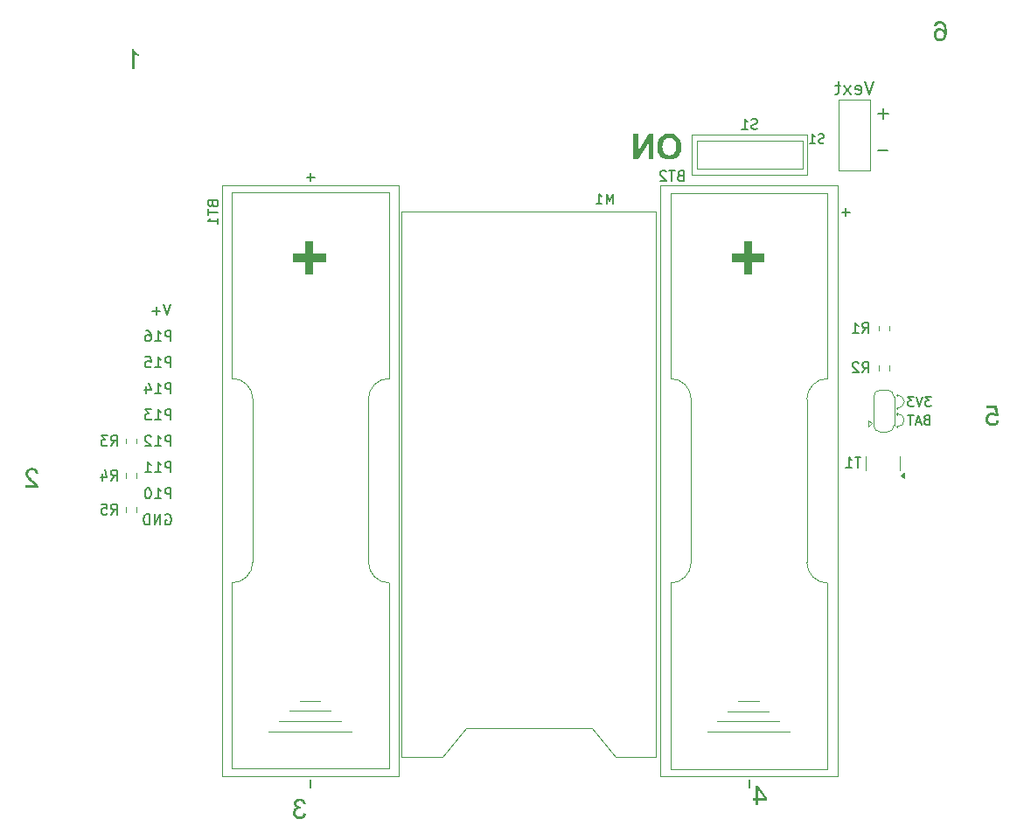
<source format=gbr>
%TF.GenerationSoftware,KiCad,Pcbnew,8.0.6*%
%TF.CreationDate,2024-10-30T16:41:28+09:00*%
%TF.ProjectId,badge24,62616467-6532-4342-9e6b-696361645f70,A*%
%TF.SameCoordinates,Original*%
%TF.FileFunction,Legend,Bot*%
%TF.FilePolarity,Positive*%
%FSLAX46Y46*%
G04 Gerber Fmt 4.6, Leading zero omitted, Abs format (unit mm)*
G04 Created by KiCad (PCBNEW 8.0.6) date 2024-10-30 16:41:28*
%MOMM*%
%LPD*%
G01*
G04 APERTURE LIST*
%ADD10C,0.100000*%
%ADD11C,0.101600*%
%ADD12C,0.152400*%
%ADD13C,0.203200*%
%ADD14C,0.177800*%
%ADD15C,0.110000*%
%ADD16C,0.150000*%
%ADD17C,0.120000*%
G04 APERTURE END LIST*
D10*
X185786250Y-97318570D02*
X185911250Y-97418570D01*
X185786250Y-99118570D02*
X185911250Y-99018570D01*
D11*
X177196250Y-74750370D02*
X177196250Y-70787970D01*
D10*
X185936250Y-96068570D02*
G75*
G02*
X185936250Y-97318630I50J-625030D01*
G01*
X185911250Y-99018570D02*
X185911250Y-99218570D01*
X185911250Y-97868570D02*
X185786250Y-97868570D01*
D11*
X165969450Y-70787970D02*
X177196250Y-70787970D01*
D10*
X185786250Y-96068570D02*
X185911250Y-95968570D01*
X185911250Y-99118570D02*
X185786250Y-99118570D01*
X185786250Y-96068570D02*
X185911250Y-96168570D01*
X185911250Y-95968570D02*
X185911250Y-96168570D01*
X185936250Y-97868570D02*
G75*
G02*
X185936250Y-99118630I50J-625030D01*
G01*
X185786250Y-97868570D02*
X185911250Y-97968570D01*
D11*
X165969450Y-74750370D02*
X165969450Y-70787970D01*
D10*
X185786250Y-97318570D02*
X185911250Y-97218570D01*
X185911250Y-96068570D02*
X185786250Y-96068570D01*
D11*
X165969450Y-74750370D02*
X177196250Y-74750370D01*
D10*
X185786250Y-97868570D02*
X185911250Y-97768570D01*
X185911250Y-97218570D02*
X185911250Y-97418570D01*
X185786250Y-99118570D02*
X185911250Y-99218570D01*
X185911250Y-97318570D02*
X185786250Y-97318570D01*
X185911250Y-97768570D02*
X185911250Y-97968570D01*
D12*
X115563882Y-93386165D02*
X115563882Y-92370165D01*
X115563882Y-92370165D02*
X115176834Y-92370165D01*
X115176834Y-92370165D02*
X115080072Y-92418546D01*
X115080072Y-92418546D02*
X115031691Y-92466927D01*
X115031691Y-92466927D02*
X114983310Y-92563689D01*
X114983310Y-92563689D02*
X114983310Y-92708832D01*
X114983310Y-92708832D02*
X115031691Y-92805594D01*
X115031691Y-92805594D02*
X115080072Y-92853975D01*
X115080072Y-92853975D02*
X115176834Y-92902356D01*
X115176834Y-92902356D02*
X115563882Y-92902356D01*
X114015691Y-93386165D02*
X114596263Y-93386165D01*
X114305977Y-93386165D02*
X114305977Y-92370165D01*
X114305977Y-92370165D02*
X114402739Y-92515308D01*
X114402739Y-92515308D02*
X114499501Y-92612070D01*
X114499501Y-92612070D02*
X114596263Y-92660451D01*
X113096453Y-92370165D02*
X113580263Y-92370165D01*
X113580263Y-92370165D02*
X113628644Y-92853975D01*
X113628644Y-92853975D02*
X113580263Y-92805594D01*
X113580263Y-92805594D02*
X113483501Y-92757213D01*
X113483501Y-92757213D02*
X113241596Y-92757213D01*
X113241596Y-92757213D02*
X113144834Y-92805594D01*
X113144834Y-92805594D02*
X113096453Y-92853975D01*
X113096453Y-92853975D02*
X113048072Y-92950737D01*
X113048072Y-92950737D02*
X113048072Y-93192642D01*
X113048072Y-93192642D02*
X113096453Y-93289404D01*
X113096453Y-93289404D02*
X113144834Y-93337785D01*
X113144834Y-93337785D02*
X113241596Y-93386165D01*
X113241596Y-93386165D02*
X113483501Y-93386165D01*
X113483501Y-93386165D02*
X113580263Y-93337785D01*
X113580263Y-93337785D02*
X113628644Y-93289404D01*
X178801415Y-71625611D02*
X178670787Y-71669153D01*
X178670787Y-71669153D02*
X178453072Y-71669153D01*
X178453072Y-71669153D02*
X178365987Y-71625611D01*
X178365987Y-71625611D02*
X178322444Y-71582068D01*
X178322444Y-71582068D02*
X178278901Y-71494982D01*
X178278901Y-71494982D02*
X178278901Y-71407896D01*
X178278901Y-71407896D02*
X178322444Y-71320811D01*
X178322444Y-71320811D02*
X178365987Y-71277268D01*
X178365987Y-71277268D02*
X178453072Y-71233725D01*
X178453072Y-71233725D02*
X178627244Y-71190182D01*
X178627244Y-71190182D02*
X178714329Y-71146639D01*
X178714329Y-71146639D02*
X178757872Y-71103096D01*
X178757872Y-71103096D02*
X178801415Y-71016011D01*
X178801415Y-71016011D02*
X178801415Y-70928925D01*
X178801415Y-70928925D02*
X178757872Y-70841839D01*
X178757872Y-70841839D02*
X178714329Y-70798296D01*
X178714329Y-70798296D02*
X178627244Y-70754753D01*
X178627244Y-70754753D02*
X178409529Y-70754753D01*
X178409529Y-70754753D02*
X178278901Y-70798296D01*
X177408044Y-71669153D02*
X177930558Y-71669153D01*
X177669301Y-71669153D02*
X177669301Y-70754753D01*
X177669301Y-70754753D02*
X177756387Y-70885382D01*
X177756387Y-70885382D02*
X177843472Y-70972468D01*
X177843472Y-70972468D02*
X177930558Y-71016011D01*
X115563882Y-101006165D02*
X115563882Y-99990165D01*
X115563882Y-99990165D02*
X115176834Y-99990165D01*
X115176834Y-99990165D02*
X115080072Y-100038546D01*
X115080072Y-100038546D02*
X115031691Y-100086927D01*
X115031691Y-100086927D02*
X114983310Y-100183689D01*
X114983310Y-100183689D02*
X114983310Y-100328832D01*
X114983310Y-100328832D02*
X115031691Y-100425594D01*
X115031691Y-100425594D02*
X115080072Y-100473975D01*
X115080072Y-100473975D02*
X115176834Y-100522356D01*
X115176834Y-100522356D02*
X115563882Y-100522356D01*
X114015691Y-101006165D02*
X114596263Y-101006165D01*
X114305977Y-101006165D02*
X114305977Y-99990165D01*
X114305977Y-99990165D02*
X114402739Y-100135308D01*
X114402739Y-100135308D02*
X114499501Y-100232070D01*
X114499501Y-100232070D02*
X114596263Y-100280451D01*
X113628644Y-100086927D02*
X113580263Y-100038546D01*
X113580263Y-100038546D02*
X113483501Y-99990165D01*
X113483501Y-99990165D02*
X113241596Y-99990165D01*
X113241596Y-99990165D02*
X113144834Y-100038546D01*
X113144834Y-100038546D02*
X113096453Y-100086927D01*
X113096453Y-100086927D02*
X113048072Y-100183689D01*
X113048072Y-100183689D02*
X113048072Y-100280451D01*
X113048072Y-100280451D02*
X113096453Y-100425594D01*
X113096453Y-100425594D02*
X113677025Y-101006165D01*
X113677025Y-101006165D02*
X113048072Y-101006165D01*
D13*
G36*
X128644950Y-136571693D02*
G01*
X128407634Y-136541677D01*
X128380156Y-136632590D01*
X128334279Y-136722647D01*
X128268808Y-136794471D01*
X128181741Y-136844575D01*
X128088867Y-136868153D01*
X128029147Y-136871856D01*
X127929337Y-136861047D01*
X127839786Y-136828620D01*
X127760495Y-136774574D01*
X127745868Y-136761171D01*
X127685026Y-136686524D01*
X127644126Y-136592457D01*
X127630605Y-136496073D01*
X127630493Y-136485865D01*
X127643128Y-136384654D01*
X127681035Y-136296411D01*
X127737426Y-136227444D01*
X127817814Y-136169233D01*
X127911947Y-136135185D01*
X128009449Y-136125201D01*
X128106291Y-136135460D01*
X128176883Y-136151465D01*
X128150150Y-135911334D01*
X128112161Y-135913679D01*
X128011559Y-135905588D01*
X127918051Y-135881314D01*
X127839200Y-135845205D01*
X127765178Y-135783076D01*
X127723540Y-135692251D01*
X127717728Y-135633214D01*
X127737205Y-135535465D01*
X127795636Y-135455029D01*
X127806370Y-135445612D01*
X127893396Y-135394636D01*
X127991889Y-135372861D01*
X128034306Y-135371041D01*
X128131610Y-135381593D01*
X128222435Y-135416842D01*
X128265056Y-135446081D01*
X128329212Y-135519437D01*
X128369060Y-135609134D01*
X128383715Y-135671204D01*
X128621031Y-135641187D01*
X128596652Y-135540128D01*
X128561680Y-135449528D01*
X128508741Y-135358790D01*
X128441966Y-135281712D01*
X128423111Y-135264577D01*
X128341270Y-135206098D01*
X128250048Y-135164327D01*
X128149447Y-135139264D01*
X128053726Y-135131041D01*
X128039465Y-135130910D01*
X127943108Y-135137368D01*
X127842723Y-135159390D01*
X127748213Y-135197040D01*
X127664066Y-135247945D01*
X127589208Y-135316625D01*
X127544665Y-135377138D01*
X127501509Y-135464592D01*
X127478271Y-135556004D01*
X127473845Y-135619144D01*
X127484914Y-135714280D01*
X127518120Y-135802294D01*
X127540913Y-135840515D01*
X127606164Y-135914948D01*
X127685496Y-135971701D01*
X127740240Y-135999507D01*
X127649768Y-136029360D01*
X127563515Y-136078715D01*
X127492285Y-136145109D01*
X127473845Y-136168349D01*
X127423638Y-136254694D01*
X127392026Y-136353679D01*
X127379474Y-136453574D01*
X127378637Y-136489148D01*
X127385134Y-136584133D01*
X127409134Y-136687863D01*
X127450820Y-136783962D01*
X127510190Y-136872431D01*
X127563425Y-136930951D01*
X127635991Y-136992475D01*
X127729362Y-137048165D01*
X127816860Y-137082109D01*
X127911251Y-137103324D01*
X128012534Y-137111810D01*
X128030085Y-137111987D01*
X128137373Y-137104783D01*
X128236403Y-137083170D01*
X128327174Y-137047150D01*
X128409686Y-136996722D01*
X128453127Y-136961436D01*
X128519695Y-136891329D01*
X128572484Y-136812738D01*
X128611492Y-136725664D01*
X128636721Y-136630106D01*
X128644950Y-136571693D01*
G37*
D12*
X115563882Y-106086165D02*
X115563882Y-105070165D01*
X115563882Y-105070165D02*
X115176834Y-105070165D01*
X115176834Y-105070165D02*
X115080072Y-105118546D01*
X115080072Y-105118546D02*
X115031691Y-105166927D01*
X115031691Y-105166927D02*
X114983310Y-105263689D01*
X114983310Y-105263689D02*
X114983310Y-105408832D01*
X114983310Y-105408832D02*
X115031691Y-105505594D01*
X115031691Y-105505594D02*
X115080072Y-105553975D01*
X115080072Y-105553975D02*
X115176834Y-105602356D01*
X115176834Y-105602356D02*
X115563882Y-105602356D01*
X114015691Y-106086165D02*
X114596263Y-106086165D01*
X114305977Y-106086165D02*
X114305977Y-105070165D01*
X114305977Y-105070165D02*
X114402739Y-105215308D01*
X114402739Y-105215308D02*
X114499501Y-105312070D01*
X114499501Y-105312070D02*
X114596263Y-105360451D01*
X113386739Y-105070165D02*
X113289977Y-105070165D01*
X113289977Y-105070165D02*
X113193215Y-105118546D01*
X113193215Y-105118546D02*
X113144834Y-105166927D01*
X113144834Y-105166927D02*
X113096453Y-105263689D01*
X113096453Y-105263689D02*
X113048072Y-105457213D01*
X113048072Y-105457213D02*
X113048072Y-105699118D01*
X113048072Y-105699118D02*
X113096453Y-105892642D01*
X113096453Y-105892642D02*
X113144834Y-105989404D01*
X113144834Y-105989404D02*
X113193215Y-106037785D01*
X113193215Y-106037785D02*
X113289977Y-106086165D01*
X113289977Y-106086165D02*
X113386739Y-106086165D01*
X113386739Y-106086165D02*
X113483501Y-106037785D01*
X113483501Y-106037785D02*
X113531882Y-105989404D01*
X113531882Y-105989404D02*
X113580263Y-105892642D01*
X113580263Y-105892642D02*
X113628644Y-105699118D01*
X113628644Y-105699118D02*
X113628644Y-105457213D01*
X113628644Y-105457213D02*
X113580263Y-105263689D01*
X113580263Y-105263689D02*
X113531882Y-105166927D01*
X113531882Y-105166927D02*
X113483501Y-105118546D01*
X113483501Y-105118546D02*
X113386739Y-105070165D01*
X115563882Y-90846165D02*
X115563882Y-89830165D01*
X115563882Y-89830165D02*
X115176834Y-89830165D01*
X115176834Y-89830165D02*
X115080072Y-89878546D01*
X115080072Y-89878546D02*
X115031691Y-89926927D01*
X115031691Y-89926927D02*
X114983310Y-90023689D01*
X114983310Y-90023689D02*
X114983310Y-90168832D01*
X114983310Y-90168832D02*
X115031691Y-90265594D01*
X115031691Y-90265594D02*
X115080072Y-90313975D01*
X115080072Y-90313975D02*
X115176834Y-90362356D01*
X115176834Y-90362356D02*
X115563882Y-90362356D01*
X114015691Y-90846165D02*
X114596263Y-90846165D01*
X114305977Y-90846165D02*
X114305977Y-89830165D01*
X114305977Y-89830165D02*
X114402739Y-89975308D01*
X114402739Y-89975308D02*
X114499501Y-90072070D01*
X114499501Y-90072070D02*
X114596263Y-90120451D01*
X113144834Y-89830165D02*
X113338358Y-89830165D01*
X113338358Y-89830165D02*
X113435120Y-89878546D01*
X113435120Y-89878546D02*
X113483501Y-89926927D01*
X113483501Y-89926927D02*
X113580263Y-90072070D01*
X113580263Y-90072070D02*
X113628644Y-90265594D01*
X113628644Y-90265594D02*
X113628644Y-90652642D01*
X113628644Y-90652642D02*
X113580263Y-90749404D01*
X113580263Y-90749404D02*
X113531882Y-90797785D01*
X113531882Y-90797785D02*
X113435120Y-90846165D01*
X113435120Y-90846165D02*
X113241596Y-90846165D01*
X113241596Y-90846165D02*
X113144834Y-90797785D01*
X113144834Y-90797785D02*
X113096453Y-90749404D01*
X113096453Y-90749404D02*
X113048072Y-90652642D01*
X113048072Y-90652642D02*
X113048072Y-90410737D01*
X113048072Y-90410737D02*
X113096453Y-90313975D01*
X113096453Y-90313975D02*
X113144834Y-90265594D01*
X113144834Y-90265594D02*
X113241596Y-90217213D01*
X113241596Y-90217213D02*
X113435120Y-90217213D01*
X113435120Y-90217213D02*
X113531882Y-90265594D01*
X113531882Y-90265594D02*
X113580263Y-90313975D01*
X113580263Y-90313975D02*
X113628644Y-90410737D01*
D14*
X183598324Y-65658900D02*
X183174991Y-66928900D01*
X183174991Y-66928900D02*
X182751657Y-65658900D01*
X181844515Y-66868424D02*
X181965467Y-66928900D01*
X181965467Y-66928900D02*
X182207372Y-66928900D01*
X182207372Y-66928900D02*
X182328325Y-66868424D01*
X182328325Y-66868424D02*
X182388801Y-66747471D01*
X182388801Y-66747471D02*
X182388801Y-66263662D01*
X182388801Y-66263662D02*
X182328325Y-66142709D01*
X182328325Y-66142709D02*
X182207372Y-66082233D01*
X182207372Y-66082233D02*
X181965467Y-66082233D01*
X181965467Y-66082233D02*
X181844515Y-66142709D01*
X181844515Y-66142709D02*
X181784039Y-66263662D01*
X181784039Y-66263662D02*
X181784039Y-66384614D01*
X181784039Y-66384614D02*
X182388801Y-66505566D01*
X181360706Y-66928900D02*
X180695468Y-66082233D01*
X181360706Y-66082233D02*
X180695468Y-66928900D01*
X180393087Y-66082233D02*
X179909278Y-66082233D01*
X180211659Y-65658900D02*
X180211659Y-66747471D01*
X180211659Y-66747471D02*
X180151182Y-66868424D01*
X180151182Y-66868424D02*
X180030230Y-66928900D01*
X180030230Y-66928900D02*
X179909278Y-66928900D01*
D12*
X115563882Y-98466165D02*
X115563882Y-97450165D01*
X115563882Y-97450165D02*
X115176834Y-97450165D01*
X115176834Y-97450165D02*
X115080072Y-97498546D01*
X115080072Y-97498546D02*
X115031691Y-97546927D01*
X115031691Y-97546927D02*
X114983310Y-97643689D01*
X114983310Y-97643689D02*
X114983310Y-97788832D01*
X114983310Y-97788832D02*
X115031691Y-97885594D01*
X115031691Y-97885594D02*
X115080072Y-97933975D01*
X115080072Y-97933975D02*
X115176834Y-97982356D01*
X115176834Y-97982356D02*
X115563882Y-97982356D01*
X114015691Y-98466165D02*
X114596263Y-98466165D01*
X114305977Y-98466165D02*
X114305977Y-97450165D01*
X114305977Y-97450165D02*
X114402739Y-97595308D01*
X114402739Y-97595308D02*
X114499501Y-97692070D01*
X114499501Y-97692070D02*
X114596263Y-97740451D01*
X113677025Y-97450165D02*
X113048072Y-97450165D01*
X113048072Y-97450165D02*
X113386739Y-97837213D01*
X113386739Y-97837213D02*
X113241596Y-97837213D01*
X113241596Y-97837213D02*
X113144834Y-97885594D01*
X113144834Y-97885594D02*
X113096453Y-97933975D01*
X113096453Y-97933975D02*
X113048072Y-98030737D01*
X113048072Y-98030737D02*
X113048072Y-98272642D01*
X113048072Y-98272642D02*
X113096453Y-98369404D01*
X113096453Y-98369404D02*
X113144834Y-98417785D01*
X113144834Y-98417785D02*
X113241596Y-98466165D01*
X113241596Y-98466165D02*
X113531882Y-98466165D01*
X113531882Y-98466165D02*
X113628644Y-98417785D01*
X113628644Y-98417785D02*
X113677025Y-98369404D01*
D13*
G36*
X163852284Y-70724999D02*
G01*
X163976139Y-70732229D01*
X164093430Y-70748660D01*
X164219438Y-70778706D01*
X164336872Y-70820770D01*
X164347436Y-70825314D01*
X164460234Y-70885130D01*
X164557367Y-70955137D01*
X164649347Y-71040029D01*
X164666921Y-71058574D01*
X164747783Y-71155833D01*
X164816966Y-71260650D01*
X164874469Y-71373023D01*
X164917415Y-71489007D01*
X164949812Y-71616381D01*
X164969186Y-71734624D01*
X164980811Y-71861235D01*
X164984685Y-71996213D01*
X164984375Y-72032244D01*
X164976914Y-72171503D01*
X164959505Y-72302976D01*
X164932147Y-72426662D01*
X164894842Y-72542562D01*
X164834221Y-72676488D01*
X164758057Y-72798248D01*
X164666348Y-72907841D01*
X164561472Y-73003097D01*
X164445804Y-73082207D01*
X164319344Y-73145172D01*
X164182092Y-73191992D01*
X164064520Y-73217824D01*
X163940041Y-73233324D01*
X163808656Y-73238490D01*
X163678919Y-73233296D01*
X163555869Y-73217714D01*
X163439507Y-73191745D01*
X163303457Y-73144676D01*
X163177856Y-73081376D01*
X163062703Y-73001845D01*
X162957998Y-72906083D01*
X162919449Y-72863531D01*
X162833959Y-72748395D01*
X162764011Y-72620750D01*
X162719245Y-72509627D01*
X162684427Y-72390498D01*
X162659557Y-72263363D01*
X162644635Y-72128222D01*
X162639661Y-71985074D01*
X162639862Y-71973349D01*
X163144428Y-71973349D01*
X163144610Y-71999779D01*
X163151002Y-72125696D01*
X163170727Y-72263079D01*
X163203600Y-72385499D01*
X163258573Y-72509410D01*
X163331443Y-72612955D01*
X163355230Y-72638725D01*
X163444940Y-72715827D01*
X163559764Y-72779005D01*
X163687705Y-72815582D01*
X163810414Y-72825766D01*
X163846510Y-72824927D01*
X163966570Y-72808793D01*
X164091828Y-72765208D01*
X164204334Y-72694803D01*
X164292317Y-72611196D01*
X164315247Y-72583516D01*
X164383854Y-72474264D01*
X164428235Y-72365303D01*
X164459302Y-72242203D01*
X164477055Y-72104964D01*
X164481678Y-71979798D01*
X164481497Y-71953588D01*
X164475185Y-71828771D01*
X164455708Y-71692707D01*
X164423247Y-71571606D01*
X164368964Y-71449233D01*
X164297007Y-71347228D01*
X164273465Y-71321813D01*
X164170138Y-71236549D01*
X164052154Y-71177520D01*
X163936895Y-71147391D01*
X163810414Y-71137348D01*
X163773212Y-71138159D01*
X163650327Y-71153764D01*
X163523833Y-71195920D01*
X163412215Y-71264017D01*
X163326753Y-71344883D01*
X163315536Y-71358026D01*
X163246986Y-71461767D01*
X163195885Y-71586043D01*
X163165972Y-71708910D01*
X163148879Y-71846863D01*
X163144428Y-71973349D01*
X162639862Y-71973349D01*
X162640914Y-71911859D01*
X162650935Y-71771542D01*
X162670978Y-71639378D01*
X162701042Y-71515366D01*
X162741127Y-71399508D01*
X162791233Y-71291801D01*
X162867959Y-71168633D01*
X162960343Y-71058203D01*
X163065780Y-70962104D01*
X163181666Y-70882292D01*
X163308000Y-70818769D01*
X163444783Y-70771533D01*
X163561732Y-70745472D01*
X163685368Y-70729836D01*
X163815691Y-70724624D01*
X163852284Y-70724999D01*
G37*
G36*
X162267975Y-73200970D02*
G01*
X162267975Y-70762144D01*
X161793107Y-70762144D01*
X160804093Y-72410110D01*
X160804093Y-70762144D01*
X160350917Y-70762144D01*
X160350917Y-73200970D01*
X160840441Y-73200970D01*
X161814799Y-71577626D01*
X161814799Y-73200970D01*
X162267975Y-73200970D01*
G37*
G36*
X101476135Y-104812440D02*
G01*
X101476135Y-105052571D01*
X102754643Y-105052571D01*
X102747041Y-104956509D01*
X102726971Y-104884667D01*
X102686510Y-104793859D01*
X102637704Y-104712077D01*
X102577448Y-104631027D01*
X102570793Y-104622962D01*
X102502584Y-104547742D01*
X102429309Y-104476394D01*
X102355432Y-104410503D01*
X102272442Y-104341380D01*
X102259842Y-104331241D01*
X102184245Y-104269633D01*
X102098734Y-104197425D01*
X102023208Y-104130553D01*
X101945756Y-104057349D01*
X101873568Y-103981657D01*
X101833986Y-103933994D01*
X101780254Y-103854037D01*
X101741177Y-103768242D01*
X101722940Y-103669520D01*
X101722832Y-103661502D01*
X101737012Y-103566485D01*
X101784377Y-103476946D01*
X101823668Y-103434504D01*
X101908001Y-103377915D01*
X102000602Y-103348986D01*
X102087249Y-103341641D01*
X102187599Y-103350206D01*
X102282644Y-103379412D01*
X102361617Y-103429345D01*
X102424405Y-103504554D01*
X102458701Y-103598626D01*
X102465736Y-103671820D01*
X102709618Y-103641804D01*
X102695416Y-103547363D01*
X102666510Y-103448311D01*
X102624318Y-103361244D01*
X102559830Y-103276412D01*
X102521078Y-103239867D01*
X102444103Y-103185956D01*
X102356401Y-103145287D01*
X102257971Y-103117859D01*
X102165064Y-103104888D01*
X102081621Y-103101510D01*
X101981398Y-103107017D01*
X101874767Y-103127363D01*
X101779222Y-103162701D01*
X101694764Y-103213030D01*
X101641225Y-103258158D01*
X101577995Y-103330077D01*
X101524748Y-103421064D01*
X101491786Y-103521431D01*
X101479583Y-103616947D01*
X101478949Y-103645556D01*
X101486767Y-103740584D01*
X101510221Y-103834374D01*
X101526319Y-103877244D01*
X101570684Y-103964083D01*
X101626879Y-104046699D01*
X101683904Y-104116437D01*
X101757402Y-104193780D01*
X101830469Y-104263118D01*
X101904172Y-104328945D01*
X101988098Y-104400676D01*
X102049728Y-104451775D01*
X102124553Y-104513085D01*
X102198261Y-104574651D01*
X102271527Y-104638045D01*
X102324565Y-104687685D01*
X102388970Y-104761532D01*
X102424463Y-104812440D01*
X101476135Y-104812440D01*
G37*
G36*
X195724157Y-98506852D02*
G01*
X195474647Y-98476836D01*
X195450207Y-98571754D01*
X195406819Y-98657755D01*
X195346139Y-98724470D01*
X195264642Y-98774771D01*
X195171406Y-98801856D01*
X195102726Y-98807015D01*
X195000617Y-98795382D01*
X194908858Y-98760481D01*
X194827451Y-98702314D01*
X194812412Y-98687888D01*
X194749838Y-98605537D01*
X194713337Y-98518421D01*
X194695608Y-98418987D01*
X194693754Y-98370841D01*
X194702806Y-98271584D01*
X194734097Y-98176006D01*
X194787740Y-98095909D01*
X194808191Y-98074899D01*
X194886337Y-98017766D01*
X194978315Y-97981794D01*
X195072922Y-97967511D01*
X195106947Y-97966559D01*
X195203181Y-97974548D01*
X195296725Y-98000840D01*
X195314247Y-98008300D01*
X195396440Y-98056256D01*
X195459170Y-98116640D01*
X195681947Y-98086624D01*
X195494814Y-97096085D01*
X194532885Y-97096085D01*
X194532885Y-97336216D01*
X195304867Y-97336216D01*
X195408986Y-97865254D01*
X195332030Y-97811160D01*
X195242047Y-97765608D01*
X195149895Y-97737409D01*
X195055574Y-97726564D01*
X195043631Y-97726428D01*
X194936622Y-97734866D01*
X194837198Y-97760182D01*
X194745359Y-97802374D01*
X194661106Y-97861443D01*
X194616368Y-97902774D01*
X194548386Y-97984568D01*
X194497101Y-98076057D01*
X194462514Y-98177241D01*
X194446157Y-98271687D01*
X194441898Y-98355833D01*
X194447273Y-98452153D01*
X194467132Y-98558149D01*
X194501623Y-98657278D01*
X194550746Y-98749540D01*
X194594794Y-98811236D01*
X194669382Y-98891409D01*
X194753500Y-98954994D01*
X194847149Y-99001991D01*
X194950329Y-99032401D01*
X195043591Y-99045072D01*
X195102726Y-99047146D01*
X195198331Y-99041952D01*
X195301244Y-99022764D01*
X195394865Y-98989436D01*
X195479194Y-98941970D01*
X195533741Y-98899409D01*
X195599761Y-98829969D01*
X195652136Y-98751326D01*
X195690865Y-98663483D01*
X195715950Y-98566438D01*
X195724157Y-98506852D01*
G37*
D12*
X189155358Y-96219263D02*
X188589301Y-96219263D01*
X188589301Y-96219263D02*
X188894101Y-96567606D01*
X188894101Y-96567606D02*
X188763472Y-96567606D01*
X188763472Y-96567606D02*
X188676387Y-96611149D01*
X188676387Y-96611149D02*
X188632844Y-96654692D01*
X188632844Y-96654692D02*
X188589301Y-96741778D01*
X188589301Y-96741778D02*
X188589301Y-96959492D01*
X188589301Y-96959492D02*
X188632844Y-97046578D01*
X188632844Y-97046578D02*
X188676387Y-97090121D01*
X188676387Y-97090121D02*
X188763472Y-97133663D01*
X188763472Y-97133663D02*
X189024729Y-97133663D01*
X189024729Y-97133663D02*
X189111815Y-97090121D01*
X189111815Y-97090121D02*
X189155358Y-97046578D01*
X188328044Y-96219263D02*
X188023244Y-97133663D01*
X188023244Y-97133663D02*
X187718444Y-96219263D01*
X187500730Y-96219263D02*
X186934673Y-96219263D01*
X186934673Y-96219263D02*
X187239473Y-96567606D01*
X187239473Y-96567606D02*
X187108844Y-96567606D01*
X187108844Y-96567606D02*
X187021759Y-96611149D01*
X187021759Y-96611149D02*
X186978216Y-96654692D01*
X186978216Y-96654692D02*
X186934673Y-96741778D01*
X186934673Y-96741778D02*
X186934673Y-96959492D01*
X186934673Y-96959492D02*
X186978216Y-97046578D01*
X186978216Y-97046578D02*
X187021759Y-97090121D01*
X187021759Y-97090121D02*
X187108844Y-97133663D01*
X187108844Y-97133663D02*
X187370101Y-97133663D01*
X187370101Y-97133663D02*
X187457187Y-97090121D01*
X187457187Y-97090121D02*
X187500730Y-97046578D01*
D15*
G36*
X172996638Y-83153079D02*
G01*
X171805991Y-83153079D01*
X171805991Y-84334971D01*
X171035572Y-84334971D01*
X171035572Y-83153079D01*
X169844925Y-83153079D01*
X169844925Y-82365151D01*
X171035572Y-82365151D01*
X171035572Y-81179975D01*
X171805991Y-81179975D01*
X171805991Y-82365151D01*
X172996638Y-82365151D01*
X172996638Y-83153079D01*
G37*
D13*
X184989785Y-72351144D02*
X184022166Y-72351144D01*
X185015185Y-68795144D02*
X184047566Y-68795144D01*
X184531375Y-69278954D02*
X184531375Y-68311335D01*
G36*
X190027552Y-59795379D02*
G01*
X190134886Y-59808404D01*
X190233416Y-59837061D01*
X190323140Y-59881349D01*
X190404060Y-59941268D01*
X190476175Y-60016818D01*
X190535896Y-60104184D01*
X190585494Y-60206527D01*
X190617884Y-60299185D01*
X190643797Y-60401428D01*
X190663231Y-60513257D01*
X190676188Y-60634670D01*
X190681653Y-60732021D01*
X190683475Y-60834763D01*
X190680551Y-60956023D01*
X190671780Y-61068415D01*
X190657160Y-61171941D01*
X190636692Y-61266599D01*
X190602884Y-61372453D01*
X190559938Y-61464452D01*
X190496342Y-61556562D01*
X190472467Y-61583084D01*
X190395741Y-61652385D01*
X190311364Y-61706286D01*
X190219336Y-61744786D01*
X190119658Y-61767887D01*
X190012329Y-61775587D01*
X189990724Y-61775263D01*
X189887039Y-61763913D01*
X189790591Y-61736350D01*
X189701379Y-61692573D01*
X189676133Y-61676277D01*
X189599480Y-61612668D01*
X189534369Y-61534769D01*
X189485637Y-61452442D01*
X189462938Y-61402725D01*
X189431775Y-61310118D01*
X189413077Y-61213504D01*
X189407367Y-61121325D01*
X189649320Y-61121325D01*
X189650272Y-61156503D01*
X189664555Y-61253628D01*
X189700527Y-61346751D01*
X189757660Y-61424302D01*
X189829247Y-61482919D01*
X189917621Y-61522322D01*
X190016081Y-61535456D01*
X190028886Y-61535246D01*
X190122698Y-61520234D01*
X190212595Y-61481521D01*
X190229815Y-61470979D01*
X190304913Y-61405410D01*
X190358455Y-61324873D01*
X190370657Y-61298931D01*
X190400550Y-61205826D01*
X190410515Y-61109131D01*
X190399568Y-61008011D01*
X190362241Y-60911697D01*
X190298422Y-60831011D01*
X190215595Y-60770664D01*
X190121241Y-60735367D01*
X190025462Y-60725016D01*
X189929444Y-60735367D01*
X189836309Y-60770664D01*
X189756253Y-60831011D01*
X189743304Y-60844566D01*
X189687018Y-60930058D01*
X189657778Y-61023841D01*
X189649320Y-61121325D01*
X189407367Y-61121325D01*
X189406844Y-61112883D01*
X189410920Y-61028625D01*
X189426573Y-60934135D01*
X189459673Y-60833024D01*
X189508752Y-60741744D01*
X189573810Y-60660293D01*
X189616651Y-60619182D01*
X189696912Y-60560427D01*
X189783906Y-60518460D01*
X189877633Y-60493279D01*
X189978092Y-60484885D01*
X190053444Y-60489894D01*
X190151144Y-60512153D01*
X190237921Y-60548201D01*
X190318556Y-60599711D01*
X190390214Y-60667182D01*
X190447566Y-60742369D01*
X190446974Y-60706994D01*
X190442319Y-60607618D01*
X190431428Y-60504475D01*
X190411781Y-60403470D01*
X190380498Y-60311354D01*
X190340345Y-60235853D01*
X190281091Y-60158487D01*
X190203683Y-60092797D01*
X190187348Y-60082404D01*
X190098372Y-60045772D01*
X190004356Y-60034641D01*
X189936556Y-60040884D01*
X189845298Y-60073663D01*
X189766571Y-60134539D01*
X189749173Y-60155875D01*
X189704538Y-60242007D01*
X189676991Y-60334804D01*
X189441082Y-60304787D01*
X189443013Y-60289939D01*
X189462920Y-60191669D01*
X189499355Y-60091508D01*
X189550389Y-60004302D01*
X189616020Y-59930053D01*
X189625188Y-59921714D01*
X189704370Y-59864532D01*
X189793928Y-59824292D01*
X189893862Y-59800996D01*
X189989817Y-59794510D01*
X190027552Y-59795379D01*
G37*
G36*
X111800765Y-64514171D02*
G01*
X112038081Y-64514171D01*
X112038081Y-62993657D01*
X112109971Y-63055280D01*
X112189080Y-63111883D01*
X112263204Y-63158277D01*
X112347469Y-63205590D01*
X112433707Y-63248429D01*
X112513183Y-63281626D01*
X112513183Y-63050875D01*
X112428379Y-63007747D01*
X112337341Y-62953841D01*
X112252576Y-62895010D01*
X112174083Y-62831255D01*
X112164713Y-62822939D01*
X112095593Y-62756399D01*
X112030868Y-62682803D01*
X111975137Y-62602595D01*
X111953661Y-62563110D01*
X111800765Y-62563110D01*
X111800765Y-64514171D01*
G37*
G36*
X173275812Y-135096195D02*
G01*
X173275812Y-135336326D01*
X172436762Y-135336326D01*
X172436762Y-135786571D01*
X172199446Y-135786571D01*
X172199446Y-135336326D01*
X171938210Y-135336326D01*
X171938210Y-135096195D01*
X172199446Y-135096195D01*
X172436762Y-135096195D01*
X173042248Y-135096195D01*
X172436762Y-134251987D01*
X172436762Y-135096195D01*
X172199446Y-135096195D01*
X172199446Y-133865526D01*
X172393145Y-133865526D01*
X173275812Y-135096195D01*
G37*
D12*
X115556625Y-87290165D02*
X115217958Y-88306165D01*
X115217958Y-88306165D02*
X114879291Y-87290165D01*
X114540625Y-87919118D02*
X113766530Y-87919118D01*
X114153577Y-88306165D02*
X114153577Y-87532070D01*
X115563882Y-103546165D02*
X115563882Y-102530165D01*
X115563882Y-102530165D02*
X115176834Y-102530165D01*
X115176834Y-102530165D02*
X115080072Y-102578546D01*
X115080072Y-102578546D02*
X115031691Y-102626927D01*
X115031691Y-102626927D02*
X114983310Y-102723689D01*
X114983310Y-102723689D02*
X114983310Y-102868832D01*
X114983310Y-102868832D02*
X115031691Y-102965594D01*
X115031691Y-102965594D02*
X115080072Y-103013975D01*
X115080072Y-103013975D02*
X115176834Y-103062356D01*
X115176834Y-103062356D02*
X115563882Y-103062356D01*
X114015691Y-103546165D02*
X114596263Y-103546165D01*
X114305977Y-103546165D02*
X114305977Y-102530165D01*
X114305977Y-102530165D02*
X114402739Y-102675308D01*
X114402739Y-102675308D02*
X114499501Y-102772070D01*
X114499501Y-102772070D02*
X114596263Y-102820451D01*
X113048072Y-103546165D02*
X113628644Y-103546165D01*
X113338358Y-103546165D02*
X113338358Y-102530165D01*
X113338358Y-102530165D02*
X113435120Y-102675308D01*
X113435120Y-102675308D02*
X113531882Y-102772070D01*
X113531882Y-102772070D02*
X113628644Y-102820451D01*
X115563882Y-95926165D02*
X115563882Y-94910165D01*
X115563882Y-94910165D02*
X115176834Y-94910165D01*
X115176834Y-94910165D02*
X115080072Y-94958546D01*
X115080072Y-94958546D02*
X115031691Y-95006927D01*
X115031691Y-95006927D02*
X114983310Y-95103689D01*
X114983310Y-95103689D02*
X114983310Y-95248832D01*
X114983310Y-95248832D02*
X115031691Y-95345594D01*
X115031691Y-95345594D02*
X115080072Y-95393975D01*
X115080072Y-95393975D02*
X115176834Y-95442356D01*
X115176834Y-95442356D02*
X115563882Y-95442356D01*
X114015691Y-95926165D02*
X114596263Y-95926165D01*
X114305977Y-95926165D02*
X114305977Y-94910165D01*
X114305977Y-94910165D02*
X114402739Y-95055308D01*
X114402739Y-95055308D02*
X114499501Y-95152070D01*
X114499501Y-95152070D02*
X114596263Y-95200451D01*
X113144834Y-95248832D02*
X113144834Y-95926165D01*
X113386739Y-94861785D02*
X113628644Y-95587499D01*
X113628644Y-95587499D02*
X112999691Y-95587499D01*
X115031691Y-107658546D02*
X115128453Y-107610165D01*
X115128453Y-107610165D02*
X115273596Y-107610165D01*
X115273596Y-107610165D02*
X115418739Y-107658546D01*
X115418739Y-107658546D02*
X115515501Y-107755308D01*
X115515501Y-107755308D02*
X115563882Y-107852070D01*
X115563882Y-107852070D02*
X115612263Y-108045594D01*
X115612263Y-108045594D02*
X115612263Y-108190737D01*
X115612263Y-108190737D02*
X115563882Y-108384261D01*
X115563882Y-108384261D02*
X115515501Y-108481023D01*
X115515501Y-108481023D02*
X115418739Y-108577785D01*
X115418739Y-108577785D02*
X115273596Y-108626165D01*
X115273596Y-108626165D02*
X115176834Y-108626165D01*
X115176834Y-108626165D02*
X115031691Y-108577785D01*
X115031691Y-108577785D02*
X114983310Y-108529404D01*
X114983310Y-108529404D02*
X114983310Y-108190737D01*
X114983310Y-108190737D02*
X115176834Y-108190737D01*
X114547882Y-108626165D02*
X114547882Y-107610165D01*
X114547882Y-107610165D02*
X113967310Y-108626165D01*
X113967310Y-108626165D02*
X113967310Y-107610165D01*
X113483501Y-108626165D02*
X113483501Y-107610165D01*
X113483501Y-107610165D02*
X113241596Y-107610165D01*
X113241596Y-107610165D02*
X113096453Y-107658546D01*
X113096453Y-107658546D02*
X112999691Y-107755308D01*
X112999691Y-107755308D02*
X112951310Y-107852070D01*
X112951310Y-107852070D02*
X112902929Y-108045594D01*
X112902929Y-108045594D02*
X112902929Y-108190737D01*
X112902929Y-108190737D02*
X112951310Y-108384261D01*
X112951310Y-108384261D02*
X112999691Y-108481023D01*
X112999691Y-108481023D02*
X113096453Y-108577785D01*
X113096453Y-108577785D02*
X113241596Y-108626165D01*
X113241596Y-108626165D02*
X113483501Y-108626165D01*
X188713472Y-98454692D02*
X188582844Y-98498235D01*
X188582844Y-98498235D02*
X188539301Y-98541778D01*
X188539301Y-98541778D02*
X188495758Y-98628863D01*
X188495758Y-98628863D02*
X188495758Y-98759492D01*
X188495758Y-98759492D02*
X188539301Y-98846578D01*
X188539301Y-98846578D02*
X188582844Y-98890121D01*
X188582844Y-98890121D02*
X188669929Y-98933663D01*
X188669929Y-98933663D02*
X189018272Y-98933663D01*
X189018272Y-98933663D02*
X189018272Y-98019263D01*
X189018272Y-98019263D02*
X188713472Y-98019263D01*
X188713472Y-98019263D02*
X188626387Y-98062806D01*
X188626387Y-98062806D02*
X188582844Y-98106349D01*
X188582844Y-98106349D02*
X188539301Y-98193435D01*
X188539301Y-98193435D02*
X188539301Y-98280521D01*
X188539301Y-98280521D02*
X188582844Y-98367606D01*
X188582844Y-98367606D02*
X188626387Y-98411149D01*
X188626387Y-98411149D02*
X188713472Y-98454692D01*
X188713472Y-98454692D02*
X189018272Y-98454692D01*
X188147415Y-98672406D02*
X187711987Y-98672406D01*
X188234501Y-98933663D02*
X187929701Y-98019263D01*
X187929701Y-98019263D02*
X187624901Y-98933663D01*
X187450730Y-98019263D02*
X186928216Y-98019263D01*
X187189473Y-98933663D02*
X187189473Y-98019263D01*
D15*
G36*
X130553238Y-83153079D02*
G01*
X129362591Y-83153079D01*
X129362591Y-84334971D01*
X128592172Y-84334971D01*
X128592172Y-83153079D01*
X127401525Y-83153079D01*
X127401525Y-82365151D01*
X128592172Y-82365151D01*
X128592172Y-81179975D01*
X129362591Y-81179975D01*
X129362591Y-82365151D01*
X130553238Y-82365151D01*
X130553238Y-83153079D01*
G37*
D16*
X109752916Y-107618389D02*
X110086249Y-107142198D01*
X110324344Y-107618389D02*
X110324344Y-106618389D01*
X110324344Y-106618389D02*
X109943392Y-106618389D01*
X109943392Y-106618389D02*
X109848154Y-106666008D01*
X109848154Y-106666008D02*
X109800535Y-106713627D01*
X109800535Y-106713627D02*
X109752916Y-106808865D01*
X109752916Y-106808865D02*
X109752916Y-106951722D01*
X109752916Y-106951722D02*
X109800535Y-107046960D01*
X109800535Y-107046960D02*
X109848154Y-107094579D01*
X109848154Y-107094579D02*
X109943392Y-107142198D01*
X109943392Y-107142198D02*
X110324344Y-107142198D01*
X108848154Y-106618389D02*
X109324344Y-106618389D01*
X109324344Y-106618389D02*
X109371963Y-107094579D01*
X109371963Y-107094579D02*
X109324344Y-107046960D01*
X109324344Y-107046960D02*
X109229106Y-106999341D01*
X109229106Y-106999341D02*
X108991011Y-106999341D01*
X108991011Y-106999341D02*
X108895773Y-107046960D01*
X108895773Y-107046960D02*
X108848154Y-107094579D01*
X108848154Y-107094579D02*
X108800535Y-107189817D01*
X108800535Y-107189817D02*
X108800535Y-107427912D01*
X108800535Y-107427912D02*
X108848154Y-107523150D01*
X108848154Y-107523150D02*
X108895773Y-107570770D01*
X108895773Y-107570770D02*
X108991011Y-107618389D01*
X108991011Y-107618389D02*
X109229106Y-107618389D01*
X109229106Y-107618389D02*
X109324344Y-107570770D01*
X109324344Y-107570770D02*
X109371963Y-107523150D01*
X119597259Y-77537855D02*
X119644878Y-77680712D01*
X119644878Y-77680712D02*
X119692497Y-77728331D01*
X119692497Y-77728331D02*
X119787735Y-77775950D01*
X119787735Y-77775950D02*
X119930592Y-77775950D01*
X119930592Y-77775950D02*
X120025830Y-77728331D01*
X120025830Y-77728331D02*
X120073450Y-77680712D01*
X120073450Y-77680712D02*
X120121069Y-77585474D01*
X120121069Y-77585474D02*
X120121069Y-77204522D01*
X120121069Y-77204522D02*
X119121069Y-77204522D01*
X119121069Y-77204522D02*
X119121069Y-77537855D01*
X119121069Y-77537855D02*
X119168688Y-77633093D01*
X119168688Y-77633093D02*
X119216307Y-77680712D01*
X119216307Y-77680712D02*
X119311545Y-77728331D01*
X119311545Y-77728331D02*
X119406783Y-77728331D01*
X119406783Y-77728331D02*
X119502021Y-77680712D01*
X119502021Y-77680712D02*
X119549640Y-77633093D01*
X119549640Y-77633093D02*
X119597259Y-77537855D01*
X119597259Y-77537855D02*
X119597259Y-77204522D01*
X119121069Y-78061665D02*
X119121069Y-78633093D01*
X120121069Y-78347379D02*
X119121069Y-78347379D01*
X120121069Y-79490236D02*
X120121069Y-78918808D01*
X120121069Y-79204522D02*
X119121069Y-79204522D01*
X119121069Y-79204522D02*
X119263926Y-79109284D01*
X119263926Y-79109284D02*
X119359164Y-79014046D01*
X119359164Y-79014046D02*
X119406783Y-78918808D01*
X129100116Y-133332618D02*
X129100116Y-134094523D01*
X129100116Y-74562618D02*
X129100116Y-75324523D01*
X129481069Y-74943570D02*
X128719164Y-74943570D01*
X182502916Y-93873389D02*
X182836249Y-93397198D01*
X183074344Y-93873389D02*
X183074344Y-92873389D01*
X183074344Y-92873389D02*
X182693392Y-92873389D01*
X182693392Y-92873389D02*
X182598154Y-92921008D01*
X182598154Y-92921008D02*
X182550535Y-92968627D01*
X182550535Y-92968627D02*
X182502916Y-93063865D01*
X182502916Y-93063865D02*
X182502916Y-93206722D01*
X182502916Y-93206722D02*
X182550535Y-93301960D01*
X182550535Y-93301960D02*
X182598154Y-93349579D01*
X182598154Y-93349579D02*
X182693392Y-93397198D01*
X182693392Y-93397198D02*
X183074344Y-93397198D01*
X182121963Y-92968627D02*
X182074344Y-92921008D01*
X182074344Y-92921008D02*
X181979106Y-92873389D01*
X181979106Y-92873389D02*
X181741011Y-92873389D01*
X181741011Y-92873389D02*
X181645773Y-92921008D01*
X181645773Y-92921008D02*
X181598154Y-92968627D01*
X181598154Y-92968627D02*
X181550535Y-93063865D01*
X181550535Y-93063865D02*
X181550535Y-93159103D01*
X181550535Y-93159103D02*
X181598154Y-93301960D01*
X181598154Y-93301960D02*
X182169582Y-93873389D01*
X182169582Y-93873389D02*
X181550535Y-93873389D01*
X164871964Y-74774579D02*
X164729107Y-74822198D01*
X164729107Y-74822198D02*
X164681488Y-74869817D01*
X164681488Y-74869817D02*
X164633869Y-74965055D01*
X164633869Y-74965055D02*
X164633869Y-75107912D01*
X164633869Y-75107912D02*
X164681488Y-75203150D01*
X164681488Y-75203150D02*
X164729107Y-75250770D01*
X164729107Y-75250770D02*
X164824345Y-75298389D01*
X164824345Y-75298389D02*
X165205297Y-75298389D01*
X165205297Y-75298389D02*
X165205297Y-74298389D01*
X165205297Y-74298389D02*
X164871964Y-74298389D01*
X164871964Y-74298389D02*
X164776726Y-74346008D01*
X164776726Y-74346008D02*
X164729107Y-74393627D01*
X164729107Y-74393627D02*
X164681488Y-74488865D01*
X164681488Y-74488865D02*
X164681488Y-74584103D01*
X164681488Y-74584103D02*
X164729107Y-74679341D01*
X164729107Y-74679341D02*
X164776726Y-74726960D01*
X164776726Y-74726960D02*
X164871964Y-74774579D01*
X164871964Y-74774579D02*
X165205297Y-74774579D01*
X164348154Y-74298389D02*
X163776726Y-74298389D01*
X164062440Y-75298389D02*
X164062440Y-74298389D01*
X163491011Y-74393627D02*
X163443392Y-74346008D01*
X163443392Y-74346008D02*
X163348154Y-74298389D01*
X163348154Y-74298389D02*
X163110059Y-74298389D01*
X163110059Y-74298389D02*
X163014821Y-74346008D01*
X163014821Y-74346008D02*
X162967202Y-74393627D01*
X162967202Y-74393627D02*
X162919583Y-74488865D01*
X162919583Y-74488865D02*
X162919583Y-74584103D01*
X162919583Y-74584103D02*
X162967202Y-74726960D01*
X162967202Y-74726960D02*
X163538630Y-75298389D01*
X163538630Y-75298389D02*
X162919583Y-75298389D01*
X171548466Y-133347758D02*
X171548466Y-134109663D01*
X180910116Y-77962618D02*
X180910116Y-78724523D01*
X181291069Y-78343570D02*
X180529164Y-78343570D01*
X109752916Y-100973389D02*
X110086249Y-100497198D01*
X110324344Y-100973389D02*
X110324344Y-99973389D01*
X110324344Y-99973389D02*
X109943392Y-99973389D01*
X109943392Y-99973389D02*
X109848154Y-100021008D01*
X109848154Y-100021008D02*
X109800535Y-100068627D01*
X109800535Y-100068627D02*
X109752916Y-100163865D01*
X109752916Y-100163865D02*
X109752916Y-100306722D01*
X109752916Y-100306722D02*
X109800535Y-100401960D01*
X109800535Y-100401960D02*
X109848154Y-100449579D01*
X109848154Y-100449579D02*
X109943392Y-100497198D01*
X109943392Y-100497198D02*
X110324344Y-100497198D01*
X109419582Y-99973389D02*
X108800535Y-99973389D01*
X108800535Y-99973389D02*
X109133868Y-100354341D01*
X109133868Y-100354341D02*
X108991011Y-100354341D01*
X108991011Y-100354341D02*
X108895773Y-100401960D01*
X108895773Y-100401960D02*
X108848154Y-100449579D01*
X108848154Y-100449579D02*
X108800535Y-100544817D01*
X108800535Y-100544817D02*
X108800535Y-100782912D01*
X108800535Y-100782912D02*
X108848154Y-100878150D01*
X108848154Y-100878150D02*
X108895773Y-100925770D01*
X108895773Y-100925770D02*
X108991011Y-100973389D01*
X108991011Y-100973389D02*
X109276725Y-100973389D01*
X109276725Y-100973389D02*
X109371963Y-100925770D01*
X109371963Y-100925770D02*
X109419582Y-100878150D01*
X182348154Y-102048389D02*
X181776726Y-102048389D01*
X182062440Y-103048389D02*
X182062440Y-102048389D01*
X180919583Y-103048389D02*
X181491011Y-103048389D01*
X181205297Y-103048389D02*
X181205297Y-102048389D01*
X181205297Y-102048389D02*
X181300535Y-102191246D01*
X181300535Y-102191246D02*
X181395773Y-102286484D01*
X181395773Y-102286484D02*
X181491011Y-102334103D01*
X172348154Y-70250770D02*
X172205297Y-70298389D01*
X172205297Y-70298389D02*
X171967202Y-70298389D01*
X171967202Y-70298389D02*
X171871964Y-70250770D01*
X171871964Y-70250770D02*
X171824345Y-70203150D01*
X171824345Y-70203150D02*
X171776726Y-70107912D01*
X171776726Y-70107912D02*
X171776726Y-70012674D01*
X171776726Y-70012674D02*
X171824345Y-69917436D01*
X171824345Y-69917436D02*
X171871964Y-69869817D01*
X171871964Y-69869817D02*
X171967202Y-69822198D01*
X171967202Y-69822198D02*
X172157678Y-69774579D01*
X172157678Y-69774579D02*
X172252916Y-69726960D01*
X172252916Y-69726960D02*
X172300535Y-69679341D01*
X172300535Y-69679341D02*
X172348154Y-69584103D01*
X172348154Y-69584103D02*
X172348154Y-69488865D01*
X172348154Y-69488865D02*
X172300535Y-69393627D01*
X172300535Y-69393627D02*
X172252916Y-69346008D01*
X172252916Y-69346008D02*
X172157678Y-69298389D01*
X172157678Y-69298389D02*
X171919583Y-69298389D01*
X171919583Y-69298389D02*
X171776726Y-69346008D01*
X170824345Y-70298389D02*
X171395773Y-70298389D01*
X171110059Y-70298389D02*
X171110059Y-69298389D01*
X171110059Y-69298389D02*
X171205297Y-69441246D01*
X171205297Y-69441246D02*
X171300535Y-69536484D01*
X171300535Y-69536484D02*
X171395773Y-69584103D01*
X182502916Y-90048389D02*
X182836249Y-89572198D01*
X183074344Y-90048389D02*
X183074344Y-89048389D01*
X183074344Y-89048389D02*
X182693392Y-89048389D01*
X182693392Y-89048389D02*
X182598154Y-89096008D01*
X182598154Y-89096008D02*
X182550535Y-89143627D01*
X182550535Y-89143627D02*
X182502916Y-89238865D01*
X182502916Y-89238865D02*
X182502916Y-89381722D01*
X182502916Y-89381722D02*
X182550535Y-89476960D01*
X182550535Y-89476960D02*
X182598154Y-89524579D01*
X182598154Y-89524579D02*
X182693392Y-89572198D01*
X182693392Y-89572198D02*
X183074344Y-89572198D01*
X181550535Y-90048389D02*
X182121963Y-90048389D01*
X181836249Y-90048389D02*
X181836249Y-89048389D01*
X181836249Y-89048389D02*
X181931487Y-89191246D01*
X181931487Y-89191246D02*
X182026725Y-89286484D01*
X182026725Y-89286484D02*
X182121963Y-89334103D01*
X109752916Y-104323389D02*
X110086249Y-103847198D01*
X110324344Y-104323389D02*
X110324344Y-103323389D01*
X110324344Y-103323389D02*
X109943392Y-103323389D01*
X109943392Y-103323389D02*
X109848154Y-103371008D01*
X109848154Y-103371008D02*
X109800535Y-103418627D01*
X109800535Y-103418627D02*
X109752916Y-103513865D01*
X109752916Y-103513865D02*
X109752916Y-103656722D01*
X109752916Y-103656722D02*
X109800535Y-103751960D01*
X109800535Y-103751960D02*
X109848154Y-103799579D01*
X109848154Y-103799579D02*
X109943392Y-103847198D01*
X109943392Y-103847198D02*
X110324344Y-103847198D01*
X108895773Y-103656722D02*
X108895773Y-104323389D01*
X109133868Y-103275770D02*
X109371963Y-103990055D01*
X109371963Y-103990055D02*
X108752916Y-103990055D01*
X158395773Y-77548389D02*
X158395773Y-76548389D01*
X158395773Y-76548389D02*
X158062440Y-77262674D01*
X158062440Y-77262674D02*
X157729107Y-76548389D01*
X157729107Y-76548389D02*
X157729107Y-77548389D01*
X156729107Y-77548389D02*
X157300535Y-77548389D01*
X157014821Y-77548389D02*
X157014821Y-76548389D01*
X157014821Y-76548389D02*
X157110059Y-76691246D01*
X157110059Y-76691246D02*
X157205297Y-76786484D01*
X157205297Y-76786484D02*
X157300535Y-76834103D01*
D17*
%TO.C,R5*%
X111203750Y-106926312D02*
X111203750Y-107400828D01*
X112248750Y-106926312D02*
X112248750Y-107400828D01*
%TO.C,BT1*%
X120521250Y-75723570D02*
X137651250Y-75723570D01*
X120521250Y-132963570D02*
X120521250Y-75723570D01*
X121486250Y-94443570D02*
X121486250Y-76443570D01*
X121486250Y-132243570D02*
X121486250Y-114243570D01*
X123486250Y-112243570D02*
X123486250Y-96443570D01*
X126026250Y-127653570D02*
X132026250Y-127653570D01*
X130026250Y-125653570D02*
X128026250Y-125653570D01*
X131026250Y-126653570D02*
X127026250Y-126653570D01*
X133026250Y-128653570D02*
X125026250Y-128653570D01*
X134686250Y-96443570D02*
X134686250Y-112243570D01*
X136686250Y-76443570D02*
X121486250Y-76443570D01*
X136686250Y-94443570D02*
X136686250Y-76443570D01*
X136686250Y-132243570D02*
X121486250Y-132243570D01*
X136686250Y-132243570D02*
X136686250Y-114243570D01*
X137651250Y-75723570D02*
X137651250Y-132963570D01*
X137651250Y-132963570D02*
X120521250Y-132963570D01*
X121486250Y-94443570D02*
G75*
G02*
X123486250Y-96443570I0J-2000000D01*
G01*
X123486250Y-112243570D02*
G75*
G02*
X121486250Y-114243570I-2000000J0D01*
G01*
X134686250Y-96443570D02*
G75*
G02*
X136686250Y-94443570I2000000J0D01*
G01*
X136686250Y-114243570D02*
G75*
G02*
X134686250Y-112243570I0J2000000D01*
G01*
%TO.C,R2*%
X184063750Y-93655828D02*
X184063750Y-93181312D01*
X185108750Y-93655828D02*
X185108750Y-93181312D01*
%TO.C,J99*%
X180212250Y-67425570D02*
X183260250Y-67425570D01*
X180212250Y-74283570D02*
X180212250Y-67425570D01*
X180212250Y-74283570D02*
X183260250Y-74283570D01*
X183260250Y-74283570D02*
X183260250Y-67425570D01*
%TO.C,BT2*%
X162969600Y-75738710D02*
X180099600Y-75738710D01*
X162969600Y-132978710D02*
X162969600Y-75738710D01*
X163934600Y-94458710D02*
X163934600Y-76458710D01*
X163934600Y-132258710D02*
X163934600Y-114258710D01*
X165934600Y-112258710D02*
X165934600Y-96458710D01*
X168474600Y-127668710D02*
X174474600Y-127668710D01*
X172474600Y-125668710D02*
X170474600Y-125668710D01*
X173474600Y-126668710D02*
X169474600Y-126668710D01*
X175474600Y-128668710D02*
X167474600Y-128668710D01*
X177134600Y-96458710D02*
X177134600Y-112258710D01*
X179134600Y-76458710D02*
X163934600Y-76458710D01*
X179134600Y-94458710D02*
X179134600Y-76458710D01*
X179134600Y-132258710D02*
X163934600Y-132258710D01*
X179134600Y-132258710D02*
X179134600Y-114258710D01*
X180099600Y-75738710D02*
X180099600Y-132978710D01*
X180099600Y-132978710D02*
X162969600Y-132978710D01*
X163934600Y-94458710D02*
G75*
G02*
X165934600Y-96458710I0J-2000000D01*
G01*
X165934600Y-112258710D02*
G75*
G02*
X163934600Y-114258710I-2000000J0D01*
G01*
X177134600Y-96458710D02*
G75*
G02*
X179134600Y-94458710I2000000J0D01*
G01*
X179134600Y-114258710D02*
G75*
G02*
X177134600Y-112258710I0J2000000D01*
G01*
%TO.C,R3*%
X111213750Y-100755828D02*
X111213750Y-100281312D01*
X112258750Y-100755828D02*
X112258750Y-100281312D01*
%TO.C,T1*%
X182832890Y-102010700D02*
X182832890Y-102660700D01*
X182832890Y-103310700D02*
X182832890Y-102660700D01*
X186134890Y-102010700D02*
X186134890Y-102660700D01*
X186134890Y-103310700D02*
X186134890Y-102660700D01*
X186515890Y-104063200D02*
X186185890Y-103823200D01*
X186515890Y-103583200D01*
X186515890Y-104063200D01*
G36*
X186515890Y-104063200D02*
G01*
X186185890Y-103823200D01*
X186515890Y-103583200D01*
X186515890Y-104063200D01*
G37*
%TO.C,S1*%
X176718250Y-74129170D02*
X166498250Y-74129170D01*
X166498250Y-71409170D01*
X176718250Y-71409170D01*
X176718250Y-74129170D01*
%TO.C,R1*%
X184063750Y-89356312D02*
X184063750Y-89830828D01*
X185108750Y-89356312D02*
X185108750Y-89830828D01*
%TO.C,JP1*%
X183086250Y-98493570D02*
X183086250Y-99093570D01*
X183086250Y-98493570D02*
X183386251Y-98793570D01*
X183086250Y-99093570D02*
X183386251Y-98793570D01*
X183586250Y-98993571D02*
X183586251Y-96193570D01*
X184286250Y-95543570D02*
X184886250Y-95543570D01*
X184886250Y-99643570D02*
X184286250Y-99643570D01*
X185586250Y-96193569D02*
X185586249Y-98993570D01*
X183586250Y-96243570D02*
G75*
G02*
X184286250Y-95543570I700000J0D01*
G01*
X184286250Y-99643570D02*
G75*
G02*
X183586250Y-98943570I-1J699999D01*
G01*
X184886250Y-95543570D02*
G75*
G02*
X185586250Y-96243570I0J-700000D01*
G01*
X185586250Y-98943570D02*
G75*
G02*
X184886250Y-99643570I-699999J-1D01*
G01*
%TO.C,R4*%
X111188750Y-104105828D02*
X111188750Y-103631312D01*
X112233750Y-104105828D02*
X112233750Y-103631312D01*
%TO.C,M1*%
X137901250Y-78252570D02*
X137901250Y-131084570D01*
X137901250Y-131084570D02*
X141838250Y-131084570D01*
X144124250Y-128290570D02*
X141838250Y-131084570D01*
X156316250Y-128290570D02*
X144124250Y-128290570D01*
X156316250Y-128290570D02*
X158602250Y-131084570D01*
X162539250Y-78252570D02*
X137901250Y-78252570D01*
X162539250Y-131084570D02*
X158602250Y-131084570D01*
X162539250Y-131084570D02*
X162539250Y-78252570D01*
%TD*%
M02*

</source>
